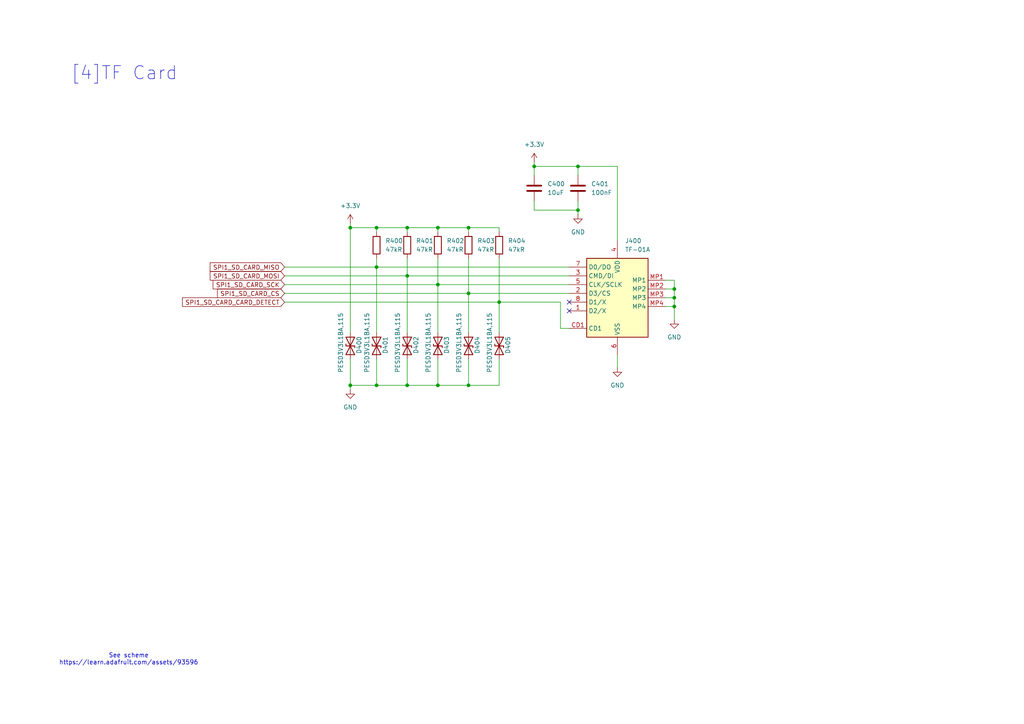
<source format=kicad_sch>
(kicad_sch (version 20250114) (generator "eeschema") (generator_version "9.0")
  (paper "A4")
  (lib_symbols
    (symbol "Device:C" (pin_numbers (hide yes)) (pin_names (offset 0.254))
      (property "Reference" "C" (at 0.635 2.54 0))
      (property "Value" "C" (at 0.635 -2.54 0))
      (symbol "C_0_1"
        (polyline (pts (xy -2.032 0.762) (xy 2.032 0.762)) (stroke (width 0.508)))
        (polyline (pts (xy -2.032 -0.762) (xy 2.032 -0.762)) (stroke (width 0.508)))
      )
      (symbol "C_1_1"
        (pin passive line (at 0 3.81 270) (length 2.794) (name "~") (number "1"))
        (pin passive line (at 0 -3.81 90) (length 2.794) (name "~") (number "2"))
      )
    )
    (symbol "Device:D_TVS" (pin_numbers (hide yes)) (pin_names (offset 1.016) (hide yes))
      (property "Reference" "D" (at 0 2.54 0))
      (property "Value" "D_TVS" (at 0 -2.54 0))
      (symbol "D_TVS_0_1"
        (polyline (pts (xy -2.54 1.27) (xy -2.54 -1.27) (xy 2.54 1.27) (xy 2.54 -1.27) (xy -2.54 1.27)) (stroke (width 0.254)))
        (polyline (pts (xy 0.508 1.27) (xy 0 1.27) (xy 0 -1.27) (xy -0.508 -1.27)) (stroke (width 0.254)))
        (polyline (pts (xy 1.27 0) (xy -1.27 0)))
      )
      (symbol "D_TVS_1_1"
        (pin passive line (at -3.81 0 0) (length 2.54) (name "A1") (number "1"))
        (pin passive line (at 3.81 0 180) (length 2.54) (name "A2") (number "2"))
      )
    )
    (symbol "Device:R" (pin_numbers (hide yes)) (pin_names (offset 0))
      (property "Reference" "R" (at 2.032 0 90))
      (property "Value" "R" (at 0 0 90))
      (symbol "R_0_1"
        (rectangle (start -1.016 -2.54) (end 1.016 2.54) (stroke (width 0.254)))
      )
      (symbol "R_1_1"
        (pin passive line (at 0 3.81 270) (length 1.27) (name "~") (number "1"))
        (pin passive line (at 0 -3.81 90) (length 1.27) (name "~") (number "2"))
      )
    )
    (symbol "GND_1" (power) (pin_numbers (hide yes)) (pin_names (offset 0) (hide yes))
      (property "Value" "GND" (at 0 -3.81 0))
      (symbol "GND_1_0_1"
        (polyline (pts (xy 0 0) (xy 0 -1.27) (xy 1.27 -1.27) (xy 0 -2.54) (xy -1.27 -1.27) (xy 0 -1.27)))
      )
      (symbol "GND_1_1_1"
        (pin power_in line (at 0 0 270) (length 0) (name "~") (number "1"))
      )
    )
    (symbol "GND_2" (power) (pin_numbers (hide yes)) (pin_names (offset 0) (hide yes))
      (property "Value" "GND" (at 0 -3.81 0))
      (symbol "GND_2_0_1"
        (polyline (pts (xy 0 0) (xy 0 -1.27) (xy 1.27 -1.27) (xy 0 -2.54) (xy -1.27 -1.27) (xy 0 -1.27)))
      )
      (symbol "GND_2_1_1"
        (pin power_in line (at 0 0 270) (length 0) (name "~") (number "1"))
      )
    )
    (symbol "GND_3" (power) (pin_numbers (hide yes)) (pin_names (offset 0) (hide yes))
      (property "Value" "GND" (at 0 -3.81 0))
      (symbol "GND_3_0_1"
        (polyline (pts (xy 0 0) (xy 0 -1.27) (xy 1.27 -1.27) (xy 0 -2.54) (xy -1.27 -1.27) (xy 0 -1.27)))
      )
      (symbol "GND_3_1_1"
        (pin power_in line (at 0 0 270) (length 0) (name "~") (number "1"))
      )
    )
    (symbol "power:+3.3V" (power) (pin_numbers (hide yes)) (pin_names (offset 0) (hide yes))
      (property "Value" "+3.3V" (at 0 3.556 0))
      (symbol "+3.3V_0_1"
        (polyline (pts (xy -0.762 1.27) (xy 0 2.54)))
        (polyline (pts (xy 0 2.54) (xy 0.762 1.27)))
        (polyline (pts (xy 0 0) (xy 0 2.54)))
      )
      (symbol "+3.3V_1_1"
        (pin power_in line (at 0 0 90) (length 0) (name "~") (number "1"))
      )
    )
    (symbol "power:GND" (power) (pin_numbers (hide yes)) (pin_names (offset 0) (hide yes))
      (property "Value" "GND" (at 0 -3.81 0))
      (symbol "GND_0_1"
        (polyline (pts (xy 0 0) (xy 0 -1.27) (xy 1.27 -1.27) (xy 0 -2.54) (xy -1.27 -1.27) (xy 0 -1.27)))
      )
      (symbol "GND_1_1"
        (pin power_in line (at 0 0 270) (length 0) (name "~") (number "1"))
      )
    )
    (symbol "rpi_pico_media_board:TF-01A"
      (property "Reference" "J" (at 11.684 5.334 0))
      (property "Value" "TF-01A" (at 11.684 2.794 0))
      (symbol "TF-01A_1_1"
        (rectangle (start 0 0) (end 17.78 -22.86) (stroke (width 0.254)) (fill (type background)))
        (pin passive line (at -5.08 -2.54 0) (length 5.08) (name "D0/DO") (number "7"))
        (pin passive line (at -5.08 -5.08 0) (length 5.08) (name "CMD/DI") (number "3"))
        (pin passive line (at -5.08 -7.62 0) (length 5.08) (name "CLK/SCLK") (number "5"))
        (pin passive line (at -5.08 -10.16 0) (length 5.08) (name "D3/CS") (number "2"))
        (pin passive line (at -5.08 -12.7 0) (length 5.08) (name "D1/X") (number "8"))
        (pin passive line (at -5.08 -15.24 0) (length 5.08) (name "D2/X") (number "1"))
        (pin passive line (at -5.08 -20.32 0) (length 5.08) (name "CD1") (number "CD1"))
        (pin passive line (at 8.89 5.08 270) (length 5.08) (name "VDD") (number "4"))
        (pin passive line (at 8.89 -27.94 90) (length 5.08) (name "VSS") (number "6"))
        (pin passive line (at 22.86 -6.35 180) (length 5.08) (name "MP1") (number "MP1"))
        (pin passive line (at 22.86 -8.89 180) (length 5.08) (name "MP2") (number "MP2"))
        (pin passive line (at 22.86 -11.43 180) (length 5.08) (name "MP3") (number "MP3"))
        (pin passive line (at 22.86 -13.97 180) (length 5.08) (name "MP4") (number "MP4"))
      )
    )
  )
  (text "See scheme\nhttps://learn.adafruit.com/assets/93596" (at 37.338 191.262 0) (effects (font (size 1.27 1.27))))
  (text "[4]TF Card" (at 36.068 21.336 0) (effects (font (size 3.81 3.81))))
  (junction (at 135.89 111.76))
  (junction (at 127 111.76))
  (junction (at 118.11 66.04))
  (junction (at 127 82.55))
  (junction (at 195.58 86.36))
  (junction (at 195.58 88.9))
  (junction (at 109.22 111.76))
  (junction (at 109.22 77.47))
  (junction (at 135.89 66.04))
  (junction (at 154.94 48.26))
  (junction (at 195.58 83.82))
  (junction (at 118.11 111.76))
  (junction (at 127 66.04))
  (junction (at 135.89 85.09))
  (junction (at 167.64 60.96))
  (junction (at 167.64 48.26))
  (junction (at 109.22 66.04))
  (junction (at 101.6 111.76))
  (junction (at 101.6 66.04))
  (junction (at 118.11 80.01))
  (junction (at 144.78 87.63))
  (no_connect (at 165.1 87.63))
  (no_connect (at 165.1 90.17))
  (wire (pts (xy 109.22 111.76) (xy 101.6 111.76)))
  (wire (pts (xy 162.56 95.25) (xy 162.56 87.63)))
  (wire (pts (xy 135.89 66.04) (xy 135.89 67.31)))
  (wire (pts (xy 154.94 48.26) (xy 154.94 50.8)))
  (wire (pts (xy 144.78 111.76) (xy 135.89 111.76)))
  (wire (pts (xy 101.6 104.14) (xy 101.6 111.76)))
  (wire (pts (xy 82.55 82.55) (xy 127 82.55)))
  (wire (pts (xy 135.89 104.14) (xy 135.89 111.76)))
  (wire (pts (xy 101.6 64.77) (xy 101.6 66.04)))
  (wire (pts (xy 109.22 77.47) (xy 165.1 77.47)))
  (wire (pts (xy 144.78 87.63) (xy 144.78 96.52)))
  (wire (pts (xy 195.58 86.36) (xy 195.58 88.9)))
  (wire (pts (xy 118.11 66.04) (xy 127 66.04)))
  (wire (pts (xy 109.22 66.04) (xy 118.11 66.04)))
  (wire (pts (xy 179.07 48.26) (xy 179.07 69.85)))
  (wire (pts (xy 167.64 48.26) (xy 179.07 48.26)))
  (wire (pts (xy 167.64 60.96) (xy 167.64 58.42)))
  (wire (pts (xy 144.78 104.14) (xy 144.78 111.76)))
  (wire (pts (xy 101.6 66.04) (xy 109.22 66.04)))
  (wire (pts (xy 82.55 85.09) (xy 135.89 85.09)))
  (wire (pts (xy 154.94 48.26) (xy 167.64 48.26)))
  (wire (pts (xy 118.11 74.93) (xy 118.11 80.01)))
  (wire (pts (xy 167.64 48.26) (xy 167.64 50.8)))
  (wire (pts (xy 109.22 104.14) (xy 109.22 111.76)))
  (wire (pts (xy 135.89 111.76) (xy 127 111.76)))
  (wire (pts (xy 144.78 74.93) (xy 144.78 87.63)))
  (wire (pts (xy 193.04 81.28) (xy 195.58 81.28)))
  (wire (pts (xy 167.64 60.96) (xy 167.64 62.23)))
  (wire (pts (xy 154.94 58.42) (xy 154.94 60.96)))
  (wire (pts (xy 101.6 66.04) (xy 101.6 96.52)))
  (wire (pts (xy 118.11 66.04) (xy 118.11 67.31)))
  (wire (pts (xy 135.89 85.09) (xy 165.1 85.09)))
  (wire (pts (xy 135.89 85.09) (xy 135.89 96.52)))
  (wire (pts (xy 127 82.55) (xy 165.1 82.55)))
  (wire (pts (xy 193.04 86.36) (xy 195.58 86.36)))
  (wire (pts (xy 135.89 66.04) (xy 144.78 66.04)))
  (wire (pts (xy 118.11 80.01) (xy 118.11 96.52)))
  (wire (pts (xy 82.55 80.01) (xy 118.11 80.01)))
  (wire (pts (xy 127 82.55) (xy 127 96.52)))
  (wire (pts (xy 154.94 46.99) (xy 154.94 48.26)))
  (wire (pts (xy 118.11 111.76) (xy 109.22 111.76)))
  (wire (pts (xy 118.11 80.01) (xy 165.1 80.01)))
  (wire (pts (xy 82.55 87.63) (xy 144.78 87.63)))
  (wire (pts (xy 195.58 83.82) (xy 195.58 86.36)))
  (wire (pts (xy 193.04 83.82) (xy 195.58 83.82)))
  (wire (pts (xy 193.04 88.9) (xy 195.58 88.9)))
  (wire (pts (xy 127 74.93) (xy 127 82.55)))
  (wire (pts (xy 195.58 81.28) (xy 195.58 83.82)))
  (wire (pts (xy 101.6 111.76) (xy 101.6 113.03)))
  (wire (pts (xy 165.1 95.25) (xy 162.56 95.25)))
  (wire (pts (xy 154.94 60.96) (xy 167.64 60.96)))
  (wire (pts (xy 127 111.76) (xy 118.11 111.76)))
  (wire (pts (xy 127 104.14) (xy 127 111.76)))
  (wire (pts (xy 109.22 74.93) (xy 109.22 77.47)))
  (wire (pts (xy 127 66.04) (xy 135.89 66.04)))
  (wire (pts (xy 118.11 104.14) (xy 118.11 111.76)))
  (wire (pts (xy 127 66.04) (xy 127 67.31)))
  (wire (pts (xy 179.07 102.87) (xy 179.07 106.68)))
  (wire (pts (xy 109.22 66.04) (xy 109.22 67.31)))
  (wire (pts (xy 82.55 77.47) (xy 109.22 77.47)))
  (wire (pts (xy 195.58 88.9) (xy 195.58 92.71)))
  (wire (pts (xy 144.78 87.63) (xy 162.56 87.63)))
  (wire (pts (xy 135.89 74.93) (xy 135.89 85.09)))
  (wire (pts (xy 144.78 66.04) (xy 144.78 67.31)))
  (wire (pts (xy 109.22 77.47) (xy 109.22 96.52)))
  (global_label "SPI1_SD_CARD_MOSI" (shape input) (at 82.55 80.01 180) (property "Intersheetrefs" "${INTERSHEET_REFS}" (effects (hide yes))))
  (global_label "SPI1_SD_CARD_SCK" (shape input) (at 82.55 82.55 180) (property "Intersheetrefs" "${INTERSHEET_REFS}" (effects (hide yes))))
  (global_label "SPI1_SD_CARD_CARD_DETECT" (shape input) (at 82.55 87.63 180) (property "Intersheetrefs" "${INTERSHEET_REFS}" (effects (hide yes))))
  (global_label "SPI1_SD_CARD_MISO" (shape input) (at 82.55 77.47 180) (property "Intersheetrefs" "${INTERSHEET_REFS}" (effects (hide yes))))
  (global_label "SPI1_SD_CARD_CS" (shape input) (at 82.55 85.09 180) (property "Intersheetrefs" "${INTERSHEET_REFS}" (effects (hide yes))))
  (symbol (lib_name "GND_1") (lib_id "power:GND") (at 167.64 62.23 0) (unit 1)
    (property "Reference" "#PWR037" (effects (hide yes)))
    (property "Value" "GND" (at 167.64 67.31 0))
    (property "Description" "Power symbol creates a global label with name \"GND\" , ground" (effects (hide yes)))
  )
  (symbol (lib_name "GND_3") (lib_id "power:GND") (at 179.07 106.68 0) (unit 1)
    (property "Reference" "#PWR038" (effects (hide yes)))
    (property "Value" "GND" (at 179.07 111.76 0))
    (property "Description" "Power symbol creates a global label with name \"GND\" , ground" (effects (hide yes)))
  )
  (symbol (lib_id "power:+3.3V") (at 154.94 46.99 0) (unit 1)
    (property "Reference" "#PWR036" (effects (hide yes)))
    (property "Value" "+3.3V" (at 154.94 41.91 0))
    (property "Description" "Power symbol creates a global label with name \"+3.3V\"" (effects (hide yes)))
  )
  (symbol (lib_name "GND_2") (lib_id "power:GND") (at 195.58 92.71 0) (unit 1)
    (property "Reference" "#PWR039" (effects (hide yes)))
    (property "Value" "GND" (at 195.58 97.79 0))
    (property "Description" "Power symbol creates a global label with name \"GND\" , ground" (effects (hide yes)))
  )
  (symbol (lib_id "Device:D_TVS") (at 144.78 100.33 270) (unit 1)
    (property "Reference" "D405" (at 147.32 97.536 0) (effects (justify left)))
    (property "Value" "PESD3V3L1BA,115" (at 141.986 90.678 0) (effects (justify left)))
    (property "Footprint" "Diode_SMD:D_SOD-323" (effects (hide yes)))
    (property "Manufacturer" "Nexperia" (effects (hide yes)))
    (property "Manufacturer Part Number" "PESD3V3L1BA,115" (effects (hide yes)))
  )
  (symbol (lib_id "Device:D_TVS") (at 101.6 100.33 270) (unit 1)
    (property "Reference" "D400" (at 104.14 97.536 0) (effects (justify left)))
    (property "Value" "PESD3V3L1BA,115" (at 98.806 90.678 0) (effects (justify left)))
    (property "Footprint" "Diode_SMD:D_SOD-323" (effects (hide yes)))
    (property "Manufacturer" "Nexperia" (effects (hide yes)))
    (property "Manufacturer Part Number" "PESD3V3L1BA,115" (effects (hide yes)))
  )
  (symbol (lib_id "Device:R") (at 118.11 71.12 0) (unit 1)
    (property "Reference" "R401" (at 120.65 69.8499 0) (effects (justify left)))
    (property "Value" "47kR" (at 120.65 72.3899 0) (effects (justify left)))
    (property "Footprint" "Resistor_SMD:R_0603_1608Metric" (effects (hide yes)))
    (property "Description" "Resistor" (effects (hide yes)))
    (property "Manufacturer" "UNI-ROYAL(Uniroyal Elec)" (effects (hide yes)))
    (property "Manufacturer Part Number" "0603WAJ0473T5E" (effects (hide yes)))
  )
  (symbol (lib_id "Device:D_TVS") (at 135.89 100.33 270) (unit 1)
    (property "Reference" "D404" (at 138.43 97.536 0) (effects (justify left)))
    (property "Value" "PESD3V3L1BA,115" (at 133.096 90.678 0) (effects (justify left)))
    (property "Footprint" "Diode_SMD:D_SOD-323" (effects (hide yes)))
    (property "Manufacturer" "Nexperia" (effects (hide yes)))
    (property "Manufacturer Part Number" "PESD3V3L1BA,115" (effects (hide yes)))
  )
  (symbol (lib_id "Device:C") (at 167.64 54.61 0) (unit 1)
    (property "Reference" "C401" (at 171.45 53.3399 0) (effects (justify left)))
    (property "Value" "100nF" (at 171.45 55.8799 0) (effects (justify left)))
    (property "Footprint" "Capacitor_SMD:C_0603_1608Metric" (effects (hide yes)))
    (property "Description" "Unpolarized capacitor" (effects (hide yes)))
    (property "Manufacturer" "Samsung Electro-Mechanics" (effects (hide yes)))
    (property "Manufacturer Part Number" "CL10B104KA8NNNC" (effects (hide yes)))
  )
  (symbol (lib_id "Device:D_TVS") (at 127 100.33 270) (unit 1)
    (property "Reference" "D403" (at 129.54 97.536 0) (effects (justify left)))
    (property "Value" "PESD3V3L1BA,115" (at 124.206 90.678 0) (effects (justify left)))
    (property "Footprint" "Diode_SMD:D_SOD-323" (effects (hide yes)))
    (property "Manufacturer" "Nexperia" (effects (hide yes)))
    (property "Manufacturer Part Number" "PESD3V3L1BA,115" (effects (hide yes)))
  )
  (symbol (lib_id "rpi_pico_media_board:TF-01A") (at 170.18 74.93 0) (unit 1)
    (property "Reference" "J400" (at 181.2641 69.85 0) (effects (justify left)))
    (property "Value" "TF-01A" (at 181.2641 72.39 0) (effects (justify left)))
    (property "Footprint" "rpi_pico_media_board:TF01A" (effects (hide yes)))
    (property "Datasheet" "https://datasheet.lcsc.com/szlcsc/1903221101_Korean-Hroparts-Elec-TF-01A_C91145.pdf" (effects (hide yes)))
    (property "Description" "Connector - Card Sockets 8 1.1mm SMD RoHS" (effects (hide yes)))
    (property "Height" "1.85" (effects (hide yes)))
    (property "Manufacturer" "Korean Hroparts Elec" (effects (hide yes)))
    (property "Manufacturer Part Number" "TF-01A" (effects (hide yes)))
  )
  (symbol (lib_id "power:+3.3V") (at 101.6 64.77 0) (unit 1)
    (property "Reference" "#PWR034" (effects (hide yes)))
    (property "Value" "+3.3V" (at 101.6 59.69 0))
    (property "Description" "Power symbol creates a global label with name \"+3.3V\"" (effects (hide yes)))
  )
  (symbol (lib_id "Device:D_TVS") (at 118.11 100.33 270) (unit 1)
    (property "Reference" "D402" (at 120.65 97.536 0) (effects (justify left)))
    (property "Value" "PESD3V3L1BA,115" (at 115.316 90.678 0) (effects (justify left)))
    (property "Footprint" "Diode_SMD:D_SOD-323" (effects (hide yes)))
    (property "Manufacturer" "Nexperia" (effects (hide yes)))
    (property "Manufacturer Part Number" "PESD3V3L1BA,115" (effects (hide yes)))
  )
  (symbol (lib_id "Device:R") (at 109.22 71.12 0) (unit 1)
    (property "Reference" "R400" (at 111.76 69.8499 0) (effects (justify left)))
    (property "Value" "47kR" (at 111.76 72.3899 0) (effects (justify left)))
    (property "Footprint" "Resistor_SMD:R_0603_1608Metric" (effects (hide yes)))
    (property "Description" "Resistor" (effects (hide yes)))
    (property "Manufacturer" "UNI-ROYAL(Uniroyal Elec)" (effects (hide yes)))
    (property "Manufacturer Part Number" "0603WAJ0473T5E" (effects (hide yes)))
  )
  (symbol (lib_id "power:GND") (at 101.6 113.03 0) (unit 1)
    (property "Reference" "#PWR035" (effects (hide yes)))
    (property "Value" "GND" (at 101.6 118.11 0))
    (property "Description" "Power symbol creates a global label with name \"GND\" , ground" (effects (hide yes)))
  )
  (symbol (lib_id "Device:R") (at 127 71.12 0) (unit 1)
    (property "Reference" "R402" (at 129.54 69.8499 0) (effects (justify left)))
    (property "Value" "47kR" (at 129.54 72.3899 0) (effects (justify left)))
    (property "Footprint" "Resistor_SMD:R_0603_1608Metric" (effects (hide yes)))
    (property "Description" "Resistor" (effects (hide yes)))
    (property "Manufacturer" "UNI-ROYAL(Uniroyal Elec)" (effects (hide yes)))
    (property "Manufacturer Part Number" "0603WAJ0473T5E" (effects (hide yes)))
  )
  (symbol (lib_id "Device:R") (at 135.89 71.12 0) (unit 1)
    (property "Reference" "R403" (at 138.43 69.8499 0) (effects (justify left)))
    (property "Value" "47kR" (at 138.43 72.3899 0) (effects (justify left)))
    (property "Footprint" "Resistor_SMD:R_0603_1608Metric" (effects (hide yes)))
    (property "Description" "Resistor" (effects (hide yes)))
    (property "Manufacturer" "UNI-ROYAL(Uniroyal Elec)" (effects (hide yes)))
    (property "Manufacturer Part Number" "0603WAJ0473T5E" (effects (hide yes)))
  )
  (symbol (lib_id "Device:R") (at 144.78 71.12 0) (unit 1)
    (property "Reference" "R404" (at 147.32 69.8499 0) (effects (justify left)))
    (property "Value" "47kR" (at 147.32 72.3899 0) (effects (justify left)))
    (property "Footprint" "Resistor_SMD:R_0603_1608Metric" (effects (hide yes)))
    (property "Description" "Resistor" (effects (hide yes)))
    (property "Manufacturer" "UNI-ROYAL(Uniroyal Elec)" (effects (hide yes)))
    (property "Manufacturer Part Number" "0603WAJ0473T5E" (effects (hide yes)))
  )
  (symbol (lib_id "Device:D_TVS") (at 109.22 100.33 270) (unit 1)
    (property "Reference" "D401" (at 111.76 97.536 0) (effects (justify left)))
    (property "Value" "PESD3V3L1BA,115" (at 106.426 90.678 0) (effects (justify left)))
    (property "Footprint" "Diode_SMD:D_SOD-323" (effects (hide yes)))
    (property "Manufacturer" "Nexperia" (effects (hide yes)))
    (property "Manufacturer Part Number" "PESD3V3L1BA,115" (effects (hide yes)))
  )
  (symbol (lib_id "Device:C") (at 154.94 54.61 0) (unit 1)
    (property "Reference" "C400" (at 158.75 53.3399 0) (effects (justify left)))
    (property "Value" "10uF" (at 158.75 55.8799 0) (effects (justify left)))
    (property "Footprint" "Capacitor_SMD:C_0603_1608Metric" (effects (hide yes)))
    (property "Description" "Unpolarized capacitor" (effects (hide yes)))
    (property "Manufacturer" "Samsung Electro-Mechanics" (effects (hide yes)))
    (property "Manufacturer Part Number" "CL10A106KP8NNNC" (effects (hide yes)))
  )
)
</source>
